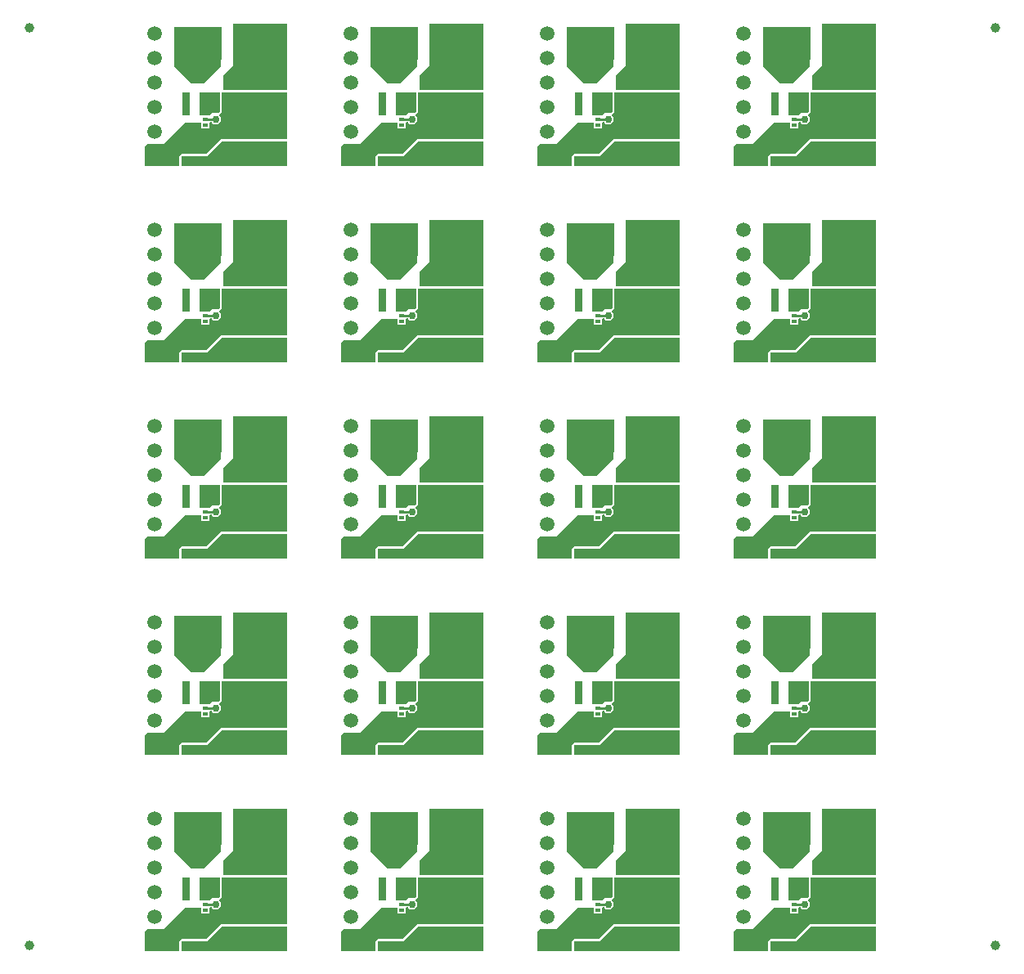
<source format=gtl>
%FSLAX25Y25*%
%MOIN*%
G70*
G01*
G75*
G04 Layer_Physical_Order=1*
G04 Layer_Color=255*
%ADD10C,0.03937*%
%ADD11R,0.19685X0.13780*%
%ADD12R,0.02756X0.03543*%
%ADD13R,0.01969X0.01575*%
%ADD14R,0.03600X0.03600*%
%ADD15C,0.01000*%
%ADD16R,0.05906X0.05906*%
%ADD17C,0.05906*%
%ADD18C,0.03000*%
G36*
X85213Y87213D02*
X82213D01*
Y96713D01*
X85213D01*
Y87213D01*
D02*
G37*
G36*
X124713Y77713D02*
X97713D01*
X91713Y71713D01*
X81713D01*
X80713Y70713D01*
Y66713D01*
X66713D01*
Y74713D01*
X67713Y75713D01*
X74713D01*
X83213Y84213D01*
X89868D01*
Y81766D01*
X93037D01*
Y84213D01*
X93213D01*
X93519Y84519D01*
X94017Y84470D01*
X94199Y84199D01*
X94893Y83734D01*
X95713Y83571D01*
X96532Y83734D01*
X97227Y84199D01*
X97691Y84893D01*
X97854Y85713D01*
X97691Y86532D01*
X97227Y87227D01*
X97005Y87374D01*
X97172Y87753D01*
X97172D01*
D01*
Y87753D01*
X97172D01*
D01*
X98022Y88604D01*
X98213Y89063D01*
Y96713D01*
X124713D01*
Y77713D01*
D02*
G37*
G36*
Y66713D02*
X81713D01*
Y70713D01*
X92213D01*
X98213Y76713D01*
X124713D01*
Y66713D01*
D02*
G37*
G36*
X97713Y107213D02*
X90713Y100213D01*
X85713D01*
X78713Y107213D01*
Y108713D01*
Y110713D01*
X97713D01*
Y107213D01*
D02*
G37*
G36*
X124713Y97713D02*
X98713D01*
Y103713D01*
X102713Y107713D01*
Y124713D01*
X124713D01*
Y97713D01*
D02*
G37*
G36*
X97563Y89063D02*
X96713Y88213D01*
X94213D01*
X93213Y87213D01*
X89213D01*
Y96713D01*
X97563D01*
Y89063D01*
D02*
G37*
G36*
X165213Y87213D02*
X162213D01*
Y96713D01*
X165213D01*
Y87213D01*
D02*
G37*
G36*
X204713Y77713D02*
X177713D01*
X171713Y71713D01*
X161713D01*
X160713Y70713D01*
Y66713D01*
X146713D01*
Y74713D01*
X147713Y75713D01*
X154713D01*
X163213Y84213D01*
X169869D01*
Y81766D01*
X173037D01*
Y84213D01*
X173213D01*
X173519Y84519D01*
X174017Y84470D01*
X174199Y84199D01*
X174893Y83734D01*
X175713Y83571D01*
X176532Y83734D01*
X177227Y84199D01*
X177691Y84893D01*
X177854Y85713D01*
X177691Y86532D01*
X177227Y87227D01*
X177006Y87374D01*
X177172Y87753D01*
X177172D01*
D01*
Y87753D01*
X177172D01*
D01*
X178022Y88604D01*
X178213Y89063D01*
Y96713D01*
X204713D01*
Y77713D01*
D02*
G37*
G36*
Y66713D02*
X161713D01*
Y70713D01*
X172213D01*
X178213Y76713D01*
X204713D01*
Y66713D01*
D02*
G37*
G36*
X177713Y107213D02*
X170713Y100213D01*
X165713D01*
X158713Y107213D01*
Y108713D01*
Y110713D01*
X177713D01*
Y107213D01*
D02*
G37*
G36*
X204713Y97713D02*
X178713D01*
Y103713D01*
X182713Y107713D01*
Y124713D01*
X204713D01*
Y97713D01*
D02*
G37*
G36*
X177563Y89063D02*
X176713Y88213D01*
X174213D01*
X173213Y87213D01*
X169213D01*
Y96713D01*
X177563D01*
Y89063D01*
D02*
G37*
G36*
X245213Y87213D02*
X242213D01*
Y96713D01*
X245213D01*
Y87213D01*
D02*
G37*
G36*
X284713Y77713D02*
X257713D01*
X251713Y71713D01*
X241713D01*
X240713Y70713D01*
Y66713D01*
X226713D01*
Y74713D01*
X227713Y75713D01*
X234713D01*
X243213Y84213D01*
X249868D01*
Y81766D01*
X253037D01*
Y84213D01*
X253213D01*
X253519Y84519D01*
X254017Y84470D01*
X254199Y84199D01*
X254893Y83734D01*
X255713Y83571D01*
X256532Y83734D01*
X257227Y84199D01*
X257691Y84893D01*
X257854Y85713D01*
X257691Y86532D01*
X257227Y87227D01*
X257006Y87374D01*
X257172Y87753D01*
X257172D01*
D01*
Y87753D01*
X257172D01*
D01*
X258022Y88604D01*
X258213Y89063D01*
Y96713D01*
X284713D01*
Y77713D01*
D02*
G37*
G36*
Y66713D02*
X241713D01*
Y70713D01*
X252213D01*
X258213Y76713D01*
X284713D01*
Y66713D01*
D02*
G37*
G36*
X257713Y107213D02*
X250713Y100213D01*
X245713D01*
X238713Y107213D01*
Y108713D01*
Y110713D01*
X257713D01*
Y107213D01*
D02*
G37*
G36*
X284713Y97713D02*
X258713D01*
Y103713D01*
X262713Y107713D01*
Y124713D01*
X284713D01*
Y97713D01*
D02*
G37*
G36*
X257563Y89063D02*
X256713Y88213D01*
X254213D01*
X253213Y87213D01*
X249213D01*
Y96713D01*
X257563D01*
Y89063D01*
D02*
G37*
G36*
X325213Y87213D02*
X322213D01*
Y96713D01*
X325213D01*
Y87213D01*
D02*
G37*
G36*
X364713Y77713D02*
X337713D01*
X331713Y71713D01*
X321713D01*
X320713Y70713D01*
Y66713D01*
X306713D01*
Y74713D01*
X307713Y75713D01*
X314713D01*
X323213Y84213D01*
X329869D01*
Y81766D01*
X333037D01*
Y84213D01*
X333213D01*
X333519Y84519D01*
X334017Y84470D01*
X334199Y84199D01*
X334893Y83734D01*
X335713Y83571D01*
X336532Y83734D01*
X337227Y84199D01*
X337691Y84893D01*
X337854Y85713D01*
X337691Y86532D01*
X337227Y87227D01*
X337005Y87374D01*
X337172Y87753D01*
X337172D01*
D01*
Y87753D01*
X337172D01*
D01*
X338022Y88604D01*
X338213Y89063D01*
Y96713D01*
X364713D01*
Y77713D01*
D02*
G37*
G36*
Y66713D02*
X321713D01*
Y70713D01*
X332213D01*
X338213Y76713D01*
X364713D01*
Y66713D01*
D02*
G37*
G36*
X337713Y107213D02*
X330713Y100213D01*
X325713D01*
X318713Y107213D01*
Y108713D01*
Y110713D01*
X337713D01*
Y107213D01*
D02*
G37*
G36*
X364713Y97713D02*
X338713D01*
Y103713D01*
X342713Y107713D01*
Y124713D01*
X364713D01*
Y97713D01*
D02*
G37*
G36*
X337563Y89063D02*
X336713Y88213D01*
X334213D01*
X333213Y87213D01*
X329213D01*
Y96713D01*
X337563D01*
Y89063D01*
D02*
G37*
G36*
X85213Y167213D02*
X82213D01*
Y176713D01*
X85213D01*
Y167213D01*
D02*
G37*
G36*
X124713Y157713D02*
X97713D01*
X91713Y151713D01*
X81713D01*
X80713Y150713D01*
Y146713D01*
X66713D01*
Y154713D01*
X67713Y155713D01*
X74713D01*
X83213Y164213D01*
X89868D01*
Y161766D01*
X93037D01*
Y164213D01*
X93213D01*
X93519Y164519D01*
X94017Y164470D01*
X94199Y164199D01*
X94893Y163734D01*
X95713Y163572D01*
X96532Y163734D01*
X97227Y164199D01*
X97691Y164893D01*
X97854Y165713D01*
X97691Y166532D01*
X97227Y167227D01*
X97005Y167374D01*
X97172Y167753D01*
X97172D01*
D01*
Y167753D01*
X97172D01*
D01*
X98022Y168604D01*
X98213Y169063D01*
Y176713D01*
X124713D01*
Y157713D01*
D02*
G37*
G36*
Y146713D02*
X81713D01*
Y150713D01*
X92213D01*
X98213Y156713D01*
X124713D01*
Y146713D01*
D02*
G37*
G36*
X97713Y187213D02*
X90713Y180213D01*
X85713D01*
X78713Y187213D01*
Y188713D01*
Y190713D01*
X97713D01*
Y187213D01*
D02*
G37*
G36*
X124713Y177713D02*
X98713D01*
Y183713D01*
X102713Y187713D01*
Y204713D01*
X124713D01*
Y177713D01*
D02*
G37*
G36*
X97563Y169063D02*
X96713Y168213D01*
X94213D01*
X93213Y167213D01*
X89213D01*
Y176713D01*
X97563D01*
Y169063D01*
D02*
G37*
G36*
X165213Y167213D02*
X162213D01*
Y176713D01*
X165213D01*
Y167213D01*
D02*
G37*
G36*
X204713Y157713D02*
X177713D01*
X171713Y151713D01*
X161713D01*
X160713Y150713D01*
Y146713D01*
X146713D01*
Y154713D01*
X147713Y155713D01*
X154713D01*
X163213Y164213D01*
X169869D01*
Y161766D01*
X173037D01*
Y164213D01*
X173213D01*
X173519Y164519D01*
X174017Y164470D01*
X174199Y164199D01*
X174893Y163734D01*
X175713Y163572D01*
X176532Y163734D01*
X177227Y164199D01*
X177691Y164893D01*
X177854Y165713D01*
X177691Y166532D01*
X177227Y167227D01*
X177006Y167374D01*
X177172Y167753D01*
X177172D01*
D01*
Y167753D01*
X177172D01*
D01*
X178022Y168604D01*
X178213Y169063D01*
Y176713D01*
X204713D01*
Y157713D01*
D02*
G37*
G36*
Y146713D02*
X161713D01*
Y150713D01*
X172213D01*
X178213Y156713D01*
X204713D01*
Y146713D01*
D02*
G37*
G36*
X177713Y187213D02*
X170713Y180213D01*
X165713D01*
X158713Y187213D01*
Y188713D01*
Y190713D01*
X177713D01*
Y187213D01*
D02*
G37*
G36*
X204713Y177713D02*
X178713D01*
Y183713D01*
X182713Y187713D01*
Y204713D01*
X204713D01*
Y177713D01*
D02*
G37*
G36*
X177563Y169063D02*
X176713Y168213D01*
X174213D01*
X173213Y167213D01*
X169213D01*
Y176713D01*
X177563D01*
Y169063D01*
D02*
G37*
G36*
X245213Y167213D02*
X242213D01*
Y176713D01*
X245213D01*
Y167213D01*
D02*
G37*
G36*
X284713Y157713D02*
X257713D01*
X251713Y151713D01*
X241713D01*
X240713Y150713D01*
Y146713D01*
X226713D01*
Y154713D01*
X227713Y155713D01*
X234713D01*
X243213Y164213D01*
X249868D01*
Y161766D01*
X253037D01*
Y164213D01*
X253213D01*
X253519Y164519D01*
X254017Y164470D01*
X254199Y164199D01*
X254893Y163734D01*
X255713Y163572D01*
X256532Y163734D01*
X257227Y164199D01*
X257691Y164893D01*
X257854Y165713D01*
X257691Y166532D01*
X257227Y167227D01*
X257006Y167374D01*
X257172Y167753D01*
X257172D01*
D01*
Y167753D01*
X257172D01*
D01*
X258022Y168604D01*
X258213Y169063D01*
Y176713D01*
X284713D01*
Y157713D01*
D02*
G37*
G36*
Y146713D02*
X241713D01*
Y150713D01*
X252213D01*
X258213Y156713D01*
X284713D01*
Y146713D01*
D02*
G37*
G36*
X257713Y187213D02*
X250713Y180213D01*
X245713D01*
X238713Y187213D01*
Y188713D01*
Y190713D01*
X257713D01*
Y187213D01*
D02*
G37*
G36*
X284713Y177713D02*
X258713D01*
Y183713D01*
X262713Y187713D01*
Y204713D01*
X284713D01*
Y177713D01*
D02*
G37*
G36*
X257563Y169063D02*
X256713Y168213D01*
X254213D01*
X253213Y167213D01*
X249213D01*
Y176713D01*
X257563D01*
Y169063D01*
D02*
G37*
G36*
X325213Y167213D02*
X322213D01*
Y176713D01*
X325213D01*
Y167213D01*
D02*
G37*
G36*
X364713Y157713D02*
X337713D01*
X331713Y151713D01*
X321713D01*
X320713Y150713D01*
Y146713D01*
X306713D01*
Y154713D01*
X307713Y155713D01*
X314713D01*
X323213Y164213D01*
X329869D01*
Y161766D01*
X333037D01*
Y164213D01*
X333213D01*
X333519Y164519D01*
X334017Y164470D01*
X334199Y164199D01*
X334893Y163734D01*
X335713Y163572D01*
X336532Y163734D01*
X337227Y164199D01*
X337691Y164893D01*
X337854Y165713D01*
X337691Y166532D01*
X337227Y167227D01*
X337005Y167374D01*
X337172Y167753D01*
X337172D01*
D01*
Y167753D01*
X337172D01*
D01*
X338022Y168604D01*
X338213Y169063D01*
Y176713D01*
X364713D01*
Y157713D01*
D02*
G37*
G36*
Y146713D02*
X321713D01*
Y150713D01*
X332213D01*
X338213Y156713D01*
X364713D01*
Y146713D01*
D02*
G37*
G36*
X337713Y187213D02*
X330713Y180213D01*
X325713D01*
X318713Y187213D01*
Y188713D01*
Y190713D01*
X337713D01*
Y187213D01*
D02*
G37*
G36*
X364713Y177713D02*
X338713D01*
Y183713D01*
X342713Y187713D01*
Y204713D01*
X364713D01*
Y177713D01*
D02*
G37*
G36*
X337563Y169063D02*
X336713Y168213D01*
X334213D01*
X333213Y167213D01*
X329213D01*
Y176713D01*
X337563D01*
Y169063D01*
D02*
G37*
G36*
X85213Y247213D02*
X82213D01*
Y256713D01*
X85213D01*
Y247213D01*
D02*
G37*
G36*
X124713Y237713D02*
X97713D01*
X91713Y231713D01*
X81713D01*
X80713Y230713D01*
Y226713D01*
X66713D01*
Y234713D01*
X67713Y235713D01*
X74713D01*
X83213Y244213D01*
X89868D01*
Y241766D01*
X93037D01*
Y244213D01*
X93213D01*
X93519Y244519D01*
X94017Y244470D01*
X94199Y244199D01*
X94893Y243734D01*
X95713Y243571D01*
X96532Y243734D01*
X97227Y244199D01*
X97691Y244893D01*
X97854Y245713D01*
X97691Y246532D01*
X97227Y247227D01*
X97005Y247374D01*
X97172Y247753D01*
X97172D01*
D01*
Y247753D01*
X97172D01*
D01*
X98022Y248604D01*
X98213Y249063D01*
Y256713D01*
X124713D01*
Y237713D01*
D02*
G37*
G36*
Y226713D02*
X81713D01*
Y230713D01*
X92213D01*
X98213Y236713D01*
X124713D01*
Y226713D01*
D02*
G37*
G36*
X97713Y267213D02*
X90713Y260213D01*
X85713D01*
X78713Y267213D01*
Y268713D01*
Y270713D01*
X97713D01*
Y267213D01*
D02*
G37*
G36*
X124713Y257713D02*
X98713D01*
Y263713D01*
X102713Y267713D01*
Y284713D01*
X124713D01*
Y257713D01*
D02*
G37*
G36*
X97563Y249063D02*
X96713Y248213D01*
X94213D01*
X93213Y247213D01*
X89213D01*
Y256713D01*
X97563D01*
Y249063D01*
D02*
G37*
G36*
X165213Y247213D02*
X162213D01*
Y256713D01*
X165213D01*
Y247213D01*
D02*
G37*
G36*
X204713Y237713D02*
X177713D01*
X171713Y231713D01*
X161713D01*
X160713Y230713D01*
Y226713D01*
X146713D01*
Y234713D01*
X147713Y235713D01*
X154713D01*
X163213Y244213D01*
X169869D01*
Y241766D01*
X173037D01*
Y244213D01*
X173213D01*
X173519Y244519D01*
X174017Y244470D01*
X174199Y244199D01*
X174893Y243734D01*
X175713Y243571D01*
X176532Y243734D01*
X177227Y244199D01*
X177691Y244893D01*
X177854Y245713D01*
X177691Y246532D01*
X177227Y247227D01*
X177006Y247374D01*
X177172Y247753D01*
X177172D01*
D01*
Y247753D01*
X177172D01*
D01*
X178022Y248604D01*
X178213Y249063D01*
Y256713D01*
X204713D01*
Y237713D01*
D02*
G37*
G36*
Y226713D02*
X161713D01*
Y230713D01*
X172213D01*
X178213Y236713D01*
X204713D01*
Y226713D01*
D02*
G37*
G36*
X177713Y267213D02*
X170713Y260213D01*
X165713D01*
X158713Y267213D01*
Y268713D01*
Y270713D01*
X177713D01*
Y267213D01*
D02*
G37*
G36*
X204713Y257713D02*
X178713D01*
Y263713D01*
X182713Y267713D01*
Y284713D01*
X204713D01*
Y257713D01*
D02*
G37*
G36*
X177563Y249063D02*
X176713Y248213D01*
X174213D01*
X173213Y247213D01*
X169213D01*
Y256713D01*
X177563D01*
Y249063D01*
D02*
G37*
G36*
X245213Y247213D02*
X242213D01*
Y256713D01*
X245213D01*
Y247213D01*
D02*
G37*
G36*
X284713Y237713D02*
X257713D01*
X251713Y231713D01*
X241713D01*
X240713Y230713D01*
Y226713D01*
X226713D01*
Y234713D01*
X227713Y235713D01*
X234713D01*
X243213Y244213D01*
X249868D01*
Y241766D01*
X253037D01*
Y244213D01*
X253213D01*
X253519Y244519D01*
X254017Y244470D01*
X254199Y244199D01*
X254893Y243734D01*
X255713Y243571D01*
X256532Y243734D01*
X257227Y244199D01*
X257691Y244893D01*
X257854Y245713D01*
X257691Y246532D01*
X257227Y247227D01*
X257006Y247374D01*
X257172Y247753D01*
X257172D01*
D01*
Y247753D01*
X257172D01*
D01*
X258022Y248604D01*
X258213Y249063D01*
Y256713D01*
X284713D01*
Y237713D01*
D02*
G37*
G36*
Y226713D02*
X241713D01*
Y230713D01*
X252213D01*
X258213Y236713D01*
X284713D01*
Y226713D01*
D02*
G37*
G36*
X257713Y267213D02*
X250713Y260213D01*
X245713D01*
X238713Y267213D01*
Y268713D01*
Y270713D01*
X257713D01*
Y267213D01*
D02*
G37*
G36*
X284713Y257713D02*
X258713D01*
Y263713D01*
X262713Y267713D01*
Y284713D01*
X284713D01*
Y257713D01*
D02*
G37*
G36*
X257563Y249063D02*
X256713Y248213D01*
X254213D01*
X253213Y247213D01*
X249213D01*
Y256713D01*
X257563D01*
Y249063D01*
D02*
G37*
G36*
X325213Y247213D02*
X322213D01*
Y256713D01*
X325213D01*
Y247213D01*
D02*
G37*
G36*
X364713Y237713D02*
X337713D01*
X331713Y231713D01*
X321713D01*
X320713Y230713D01*
Y226713D01*
X306713D01*
Y234713D01*
X307713Y235713D01*
X314713D01*
X323213Y244213D01*
X329869D01*
Y241766D01*
X333037D01*
Y244213D01*
X333213D01*
X333519Y244519D01*
X334017Y244470D01*
X334199Y244199D01*
X334893Y243734D01*
X335713Y243571D01*
X336532Y243734D01*
X337227Y244199D01*
X337691Y244893D01*
X337854Y245713D01*
X337691Y246532D01*
X337227Y247227D01*
X337005Y247374D01*
X337172Y247753D01*
X337172D01*
D01*
Y247753D01*
X337172D01*
D01*
X338022Y248604D01*
X338213Y249063D01*
Y256713D01*
X364713D01*
Y237713D01*
D02*
G37*
G36*
Y226713D02*
X321713D01*
Y230713D01*
X332213D01*
X338213Y236713D01*
X364713D01*
Y226713D01*
D02*
G37*
G36*
X337713Y267213D02*
X330713Y260213D01*
X325713D01*
X318713Y267213D01*
Y268713D01*
Y270713D01*
X337713D01*
Y267213D01*
D02*
G37*
G36*
X364713Y257713D02*
X338713D01*
Y263713D01*
X342713Y267713D01*
Y284713D01*
X364713D01*
Y257713D01*
D02*
G37*
G36*
X337563Y249063D02*
X336713Y248213D01*
X334213D01*
X333213Y247213D01*
X329213D01*
Y256713D01*
X337563D01*
Y249063D01*
D02*
G37*
G36*
X85213Y327213D02*
X82213D01*
Y336713D01*
X85213D01*
Y327213D01*
D02*
G37*
G36*
X124713Y317713D02*
X97713D01*
X91713Y311713D01*
X81713D01*
X80713Y310713D01*
Y306713D01*
X66713D01*
Y314713D01*
X67713Y315713D01*
X74713D01*
X83213Y324213D01*
X89868D01*
Y321766D01*
X93037D01*
Y324213D01*
X93213D01*
X93519Y324519D01*
X94017Y324470D01*
X94199Y324199D01*
X94893Y323734D01*
X95713Y323571D01*
X96532Y323734D01*
X97227Y324199D01*
X97691Y324893D01*
X97854Y325713D01*
X97691Y326532D01*
X97227Y327227D01*
X97005Y327374D01*
X97172Y327753D01*
X97172D01*
D01*
Y327753D01*
X97172D01*
D01*
X98022Y328604D01*
X98213Y329063D01*
Y336713D01*
X124713D01*
Y317713D01*
D02*
G37*
G36*
Y306713D02*
X81713D01*
Y310713D01*
X92213D01*
X98213Y316713D01*
X124713D01*
Y306713D01*
D02*
G37*
G36*
X97713Y347213D02*
X90713Y340213D01*
X85713D01*
X78713Y347213D01*
Y348713D01*
Y350713D01*
X97713D01*
Y347213D01*
D02*
G37*
G36*
X124713Y337713D02*
X98713D01*
Y343713D01*
X102713Y347713D01*
Y364713D01*
X124713D01*
Y337713D01*
D02*
G37*
G36*
X97563Y329063D02*
X96713Y328213D01*
X94213D01*
X93213Y327213D01*
X89213D01*
Y336713D01*
X97563D01*
Y329063D01*
D02*
G37*
G36*
X165213Y327213D02*
X162213D01*
Y336713D01*
X165213D01*
Y327213D01*
D02*
G37*
G36*
X204713Y317713D02*
X177713D01*
X171713Y311713D01*
X161713D01*
X160713Y310713D01*
Y306713D01*
X146713D01*
Y314713D01*
X147713Y315713D01*
X154713D01*
X163213Y324213D01*
X169869D01*
Y321766D01*
X173037D01*
Y324213D01*
X173213D01*
X173519Y324519D01*
X174017Y324470D01*
X174199Y324199D01*
X174893Y323734D01*
X175713Y323571D01*
X176532Y323734D01*
X177227Y324199D01*
X177691Y324893D01*
X177854Y325713D01*
X177691Y326532D01*
X177227Y327227D01*
X177006Y327374D01*
X177172Y327753D01*
X177172D01*
D01*
Y327753D01*
X177172D01*
D01*
X178022Y328604D01*
X178213Y329063D01*
Y336713D01*
X204713D01*
Y317713D01*
D02*
G37*
G36*
Y306713D02*
X161713D01*
Y310713D01*
X172213D01*
X178213Y316713D01*
X204713D01*
Y306713D01*
D02*
G37*
G36*
X177713Y347213D02*
X170713Y340213D01*
X165713D01*
X158713Y347213D01*
Y348713D01*
Y350713D01*
X177713D01*
Y347213D01*
D02*
G37*
G36*
X204713Y337713D02*
X178713D01*
Y343713D01*
X182713Y347713D01*
Y364713D01*
X204713D01*
Y337713D01*
D02*
G37*
G36*
X177563Y329063D02*
X176713Y328213D01*
X174213D01*
X173213Y327213D01*
X169213D01*
Y336713D01*
X177563D01*
Y329063D01*
D02*
G37*
G36*
X245213Y327213D02*
X242213D01*
Y336713D01*
X245213D01*
Y327213D01*
D02*
G37*
G36*
X284713Y317713D02*
X257713D01*
X251713Y311713D01*
X241713D01*
X240713Y310713D01*
Y306713D01*
X226713D01*
Y314713D01*
X227713Y315713D01*
X234713D01*
X243213Y324213D01*
X249868D01*
Y321766D01*
X253037D01*
Y324213D01*
X253213D01*
X253519Y324519D01*
X254017Y324470D01*
X254199Y324199D01*
X254893Y323734D01*
X255713Y323571D01*
X256532Y323734D01*
X257227Y324199D01*
X257691Y324893D01*
X257854Y325713D01*
X257691Y326532D01*
X257227Y327227D01*
X257006Y327374D01*
X257172Y327753D01*
X257172D01*
D01*
Y327753D01*
X257172D01*
D01*
X258022Y328604D01*
X258213Y329063D01*
Y336713D01*
X284713D01*
Y317713D01*
D02*
G37*
G36*
Y306713D02*
X241713D01*
Y310713D01*
X252213D01*
X258213Y316713D01*
X284713D01*
Y306713D01*
D02*
G37*
G36*
X257713Y347213D02*
X250713Y340213D01*
X245713D01*
X238713Y347213D01*
Y348713D01*
Y350713D01*
X257713D01*
Y347213D01*
D02*
G37*
G36*
X284713Y337713D02*
X258713D01*
Y343713D01*
X262713Y347713D01*
Y364713D01*
X284713D01*
Y337713D01*
D02*
G37*
G36*
X257563Y329063D02*
X256713Y328213D01*
X254213D01*
X253213Y327213D01*
X249213D01*
Y336713D01*
X257563D01*
Y329063D01*
D02*
G37*
G36*
X325213Y327213D02*
X322213D01*
Y336713D01*
X325213D01*
Y327213D01*
D02*
G37*
G36*
X364713Y317713D02*
X337713D01*
X331713Y311713D01*
X321713D01*
X320713Y310713D01*
Y306713D01*
X306713D01*
Y314713D01*
X307713Y315713D01*
X314713D01*
X323213Y324213D01*
X329869D01*
Y321766D01*
X333037D01*
Y324213D01*
X333213D01*
X333519Y324519D01*
X334017Y324470D01*
X334199Y324199D01*
X334893Y323734D01*
X335713Y323571D01*
X336532Y323734D01*
X337227Y324199D01*
X337691Y324893D01*
X337854Y325713D01*
X337691Y326532D01*
X337227Y327227D01*
X337005Y327374D01*
X337172Y327753D01*
X337172D01*
D01*
Y327753D01*
X337172D01*
D01*
X338022Y328604D01*
X338213Y329063D01*
Y336713D01*
X364713D01*
Y317713D01*
D02*
G37*
G36*
Y306713D02*
X321713D01*
Y310713D01*
X332213D01*
X338213Y316713D01*
X364713D01*
Y306713D01*
D02*
G37*
G36*
X337713Y347213D02*
X330713Y340213D01*
X325713D01*
X318713Y347213D01*
Y348713D01*
Y350713D01*
X337713D01*
Y347213D01*
D02*
G37*
G36*
X364713Y337713D02*
X338713D01*
Y343713D01*
X342713Y347713D01*
Y364713D01*
X364713D01*
Y337713D01*
D02*
G37*
G36*
X337563Y329063D02*
X336713Y328213D01*
X334213D01*
X333213Y327213D01*
X329213D01*
Y336713D01*
X337563D01*
Y329063D01*
D02*
G37*
G36*
X85213Y407213D02*
X82213D01*
Y416713D01*
X85213D01*
Y407213D01*
D02*
G37*
G36*
X124713Y397713D02*
X97713D01*
X91713Y391713D01*
X81713D01*
X80713Y390713D01*
Y386713D01*
X66713D01*
Y394713D01*
X67713Y395713D01*
X74713D01*
X83213Y404213D01*
X89868D01*
Y401766D01*
X93037D01*
Y404213D01*
X93213D01*
X93519Y404519D01*
X94017Y404470D01*
X94199Y404199D01*
X94893Y403734D01*
X95713Y403572D01*
X96532Y403734D01*
X97227Y404199D01*
X97691Y404893D01*
X97854Y405713D01*
X97691Y406532D01*
X97227Y407227D01*
X97005Y407374D01*
X97172Y407753D01*
X97172D01*
D01*
Y407753D01*
X97172D01*
D01*
X98022Y408604D01*
X98213Y409063D01*
Y416713D01*
X124713D01*
Y397713D01*
D02*
G37*
G36*
Y386713D02*
X81713D01*
Y390713D01*
X92213D01*
X98213Y396713D01*
X124713D01*
Y386713D01*
D02*
G37*
G36*
X97713Y427213D02*
X90713Y420213D01*
X85713D01*
X78713Y427213D01*
Y428713D01*
Y430713D01*
X97713D01*
Y427213D01*
D02*
G37*
G36*
X124713Y417713D02*
X98713D01*
Y423713D01*
X102713Y427713D01*
Y444713D01*
X124713D01*
Y417713D01*
D02*
G37*
G36*
X97563Y409063D02*
X96713Y408213D01*
X94213D01*
X93213Y407213D01*
X89213D01*
Y416713D01*
X97563D01*
Y409063D01*
D02*
G37*
G36*
X165213Y407213D02*
X162213D01*
Y416713D01*
X165213D01*
Y407213D01*
D02*
G37*
G36*
X204713Y397713D02*
X177713D01*
X171713Y391713D01*
X161713D01*
X160713Y390713D01*
Y386713D01*
X146713D01*
Y394713D01*
X147713Y395713D01*
X154713D01*
X163213Y404213D01*
X169869D01*
Y401766D01*
X173037D01*
Y404213D01*
X173213D01*
X173519Y404519D01*
X174017Y404470D01*
X174199Y404199D01*
X174893Y403734D01*
X175713Y403572D01*
X176532Y403734D01*
X177227Y404199D01*
X177691Y404893D01*
X177854Y405713D01*
X177691Y406532D01*
X177227Y407227D01*
X177006Y407374D01*
X177172Y407753D01*
X177172D01*
D01*
Y407753D01*
X177172D01*
D01*
X178022Y408604D01*
X178213Y409063D01*
Y416713D01*
X204713D01*
Y397713D01*
D02*
G37*
G36*
Y386713D02*
X161713D01*
Y390713D01*
X172213D01*
X178213Y396713D01*
X204713D01*
Y386713D01*
D02*
G37*
G36*
X177713Y427213D02*
X170713Y420213D01*
X165713D01*
X158713Y427213D01*
Y428713D01*
Y430713D01*
X177713D01*
Y427213D01*
D02*
G37*
G36*
X204713Y417713D02*
X178713D01*
Y423713D01*
X182713Y427713D01*
Y444713D01*
X204713D01*
Y417713D01*
D02*
G37*
G36*
X177563Y409063D02*
X176713Y408213D01*
X174213D01*
X173213Y407213D01*
X169213D01*
Y416713D01*
X177563D01*
Y409063D01*
D02*
G37*
G36*
X245213Y407213D02*
X242213D01*
Y416713D01*
X245213D01*
Y407213D01*
D02*
G37*
G36*
X284713Y397713D02*
X257713D01*
X251713Y391713D01*
X241713D01*
X240713Y390713D01*
Y386713D01*
X226713D01*
Y394713D01*
X227713Y395713D01*
X234713D01*
X243213Y404213D01*
X249868D01*
Y401766D01*
X253037D01*
Y404213D01*
X253213D01*
X253519Y404519D01*
X254017Y404470D01*
X254199Y404199D01*
X254893Y403734D01*
X255713Y403572D01*
X256532Y403734D01*
X257227Y404199D01*
X257691Y404893D01*
X257854Y405713D01*
X257691Y406532D01*
X257227Y407227D01*
X257006Y407374D01*
X257172Y407753D01*
X257172D01*
D01*
Y407753D01*
X257172D01*
D01*
X258022Y408604D01*
X258213Y409063D01*
Y416713D01*
X284713D01*
Y397713D01*
D02*
G37*
G36*
Y386713D02*
X241713D01*
Y390713D01*
X252213D01*
X258213Y396713D01*
X284713D01*
Y386713D01*
D02*
G37*
G36*
X257713Y427213D02*
X250713Y420213D01*
X245713D01*
X238713Y427213D01*
Y428713D01*
Y430713D01*
X257713D01*
Y427213D01*
D02*
G37*
G36*
X284713Y417713D02*
X258713D01*
Y423713D01*
X262713Y427713D01*
Y444713D01*
X284713D01*
Y417713D01*
D02*
G37*
G36*
X257563Y409063D02*
X256713Y408213D01*
X254213D01*
X253213Y407213D01*
X249213D01*
Y416713D01*
X257563D01*
Y409063D01*
D02*
G37*
G36*
X325213Y407213D02*
X322213D01*
Y416713D01*
X325213D01*
Y407213D01*
D02*
G37*
G36*
X364713Y397713D02*
X337713D01*
X331713Y391713D01*
X321713D01*
X320713Y390713D01*
Y386713D01*
X306713D01*
Y394713D01*
X307713Y395713D01*
X314713D01*
X323213Y404213D01*
X329869D01*
Y401766D01*
X333037D01*
Y404213D01*
X333213D01*
X333519Y404519D01*
X334017Y404470D01*
X334199Y404199D01*
X334893Y403734D01*
X335713Y403572D01*
X336532Y403734D01*
X337227Y404199D01*
X337691Y404893D01*
X337854Y405713D01*
X337691Y406532D01*
X337227Y407227D01*
X337005Y407374D01*
X337172Y407753D01*
X337172D01*
D01*
Y407753D01*
X337172D01*
D01*
X338022Y408604D01*
X338213Y409063D01*
Y416713D01*
X364713D01*
Y397713D01*
D02*
G37*
G36*
Y386713D02*
X321713D01*
Y390713D01*
X332213D01*
X338213Y396713D01*
X364713D01*
Y386713D01*
D02*
G37*
G36*
X337713Y427213D02*
X330713Y420213D01*
X325713D01*
X318713Y427213D01*
Y428713D01*
Y430713D01*
X337713D01*
Y427213D01*
D02*
G37*
G36*
X364713Y417713D02*
X338713D01*
Y423713D01*
X342713Y427713D01*
Y444713D01*
X364713D01*
Y417713D01*
D02*
G37*
G36*
X337563Y409063D02*
X336713Y408213D01*
X334213D01*
X333213Y407213D01*
X329213D01*
Y416713D01*
X337563D01*
Y409063D01*
D02*
G37*
D10*
X413386Y442913D02*
D03*
X19685D02*
D03*
X413386Y68898D02*
D03*
X19685D02*
D03*
D11*
X113901Y116713D02*
D03*
X88311D02*
D03*
X193902D02*
D03*
X168311D02*
D03*
X273902D02*
D03*
X248311D02*
D03*
X353902D02*
D03*
X328311D02*
D03*
X113901Y196713D02*
D03*
X88311D02*
D03*
X193902D02*
D03*
X168311D02*
D03*
X273902D02*
D03*
X248311D02*
D03*
X353902D02*
D03*
X328311D02*
D03*
X113901Y276713D02*
D03*
X88311D02*
D03*
X193902D02*
D03*
X168311D02*
D03*
X273902D02*
D03*
X248311D02*
D03*
X353902D02*
D03*
X328311D02*
D03*
X113901Y356713D02*
D03*
X88311D02*
D03*
X193902D02*
D03*
X168311D02*
D03*
X273902D02*
D03*
X248311D02*
D03*
X353902D02*
D03*
X328311D02*
D03*
X113901Y436713D02*
D03*
X88311D02*
D03*
X193902D02*
D03*
X168311D02*
D03*
X273902D02*
D03*
X248311D02*
D03*
X353902D02*
D03*
X328311D02*
D03*
D12*
X83713Y94713D02*
D03*
X91193D02*
D03*
X87453Y102587D02*
D03*
X163713Y94713D02*
D03*
X171193D02*
D03*
X167453Y102587D02*
D03*
X243713Y94713D02*
D03*
X251193D02*
D03*
X247453Y102587D02*
D03*
X323713Y94713D02*
D03*
X331193D02*
D03*
X327453Y102587D02*
D03*
X83713Y174713D02*
D03*
X91193D02*
D03*
X87453Y182587D02*
D03*
X163713Y174713D02*
D03*
X171193D02*
D03*
X167453Y182587D02*
D03*
X243713Y174713D02*
D03*
X251193D02*
D03*
X247453Y182587D02*
D03*
X323713Y174713D02*
D03*
X331193D02*
D03*
X327453Y182587D02*
D03*
X83713Y254713D02*
D03*
X91193D02*
D03*
X87453Y262587D02*
D03*
X163713Y254713D02*
D03*
X171193D02*
D03*
X167453Y262587D02*
D03*
X243713Y254713D02*
D03*
X251193D02*
D03*
X247453Y262587D02*
D03*
X323713Y254713D02*
D03*
X331193D02*
D03*
X327453Y262587D02*
D03*
X83713Y334713D02*
D03*
X91193D02*
D03*
X87453Y342587D02*
D03*
X163713Y334713D02*
D03*
X171193D02*
D03*
X167453Y342587D02*
D03*
X243713Y334713D02*
D03*
X251193D02*
D03*
X247453Y342587D02*
D03*
X323713Y334713D02*
D03*
X331193D02*
D03*
X327453Y342587D02*
D03*
X83713Y414713D02*
D03*
X91193D02*
D03*
X87453Y422587D02*
D03*
X163713Y414713D02*
D03*
X171193D02*
D03*
X167453Y422587D02*
D03*
X243713Y414713D02*
D03*
X251193D02*
D03*
X247453Y422587D02*
D03*
X323713Y414713D02*
D03*
X331193D02*
D03*
X327453Y422587D02*
D03*
D13*
X83972Y83153D02*
D03*
X91453Y85713D02*
D03*
Y83153D02*
D03*
Y88272D02*
D03*
X83972D02*
D03*
X163972Y83153D02*
D03*
X171453Y85713D02*
D03*
Y83153D02*
D03*
Y88272D02*
D03*
X163972D02*
D03*
X243972Y83153D02*
D03*
X251453Y85713D02*
D03*
Y83153D02*
D03*
Y88272D02*
D03*
X243972D02*
D03*
X323972Y83153D02*
D03*
X331453Y85713D02*
D03*
Y83153D02*
D03*
Y88272D02*
D03*
X323972D02*
D03*
X83972Y163154D02*
D03*
X91453Y165713D02*
D03*
Y163154D02*
D03*
Y168272D02*
D03*
X83972D02*
D03*
X163972Y163154D02*
D03*
X171453Y165713D02*
D03*
Y163154D02*
D03*
Y168272D02*
D03*
X163972D02*
D03*
X243972Y163154D02*
D03*
X251453Y165713D02*
D03*
Y163154D02*
D03*
Y168272D02*
D03*
X243972D02*
D03*
X323972Y163154D02*
D03*
X331453Y165713D02*
D03*
Y163154D02*
D03*
Y168272D02*
D03*
X323972D02*
D03*
X83972Y243154D02*
D03*
X91453Y245713D02*
D03*
Y243154D02*
D03*
Y248272D02*
D03*
X83972D02*
D03*
X163972Y243154D02*
D03*
X171453Y245713D02*
D03*
Y243154D02*
D03*
Y248272D02*
D03*
X163972D02*
D03*
X243972Y243154D02*
D03*
X251453Y245713D02*
D03*
Y243154D02*
D03*
Y248272D02*
D03*
X243972D02*
D03*
X323972Y243154D02*
D03*
X331453Y245713D02*
D03*
Y243154D02*
D03*
Y248272D02*
D03*
X323972D02*
D03*
X83972Y323153D02*
D03*
X91453Y325713D02*
D03*
Y323153D02*
D03*
Y328272D02*
D03*
X83972D02*
D03*
X163972Y323153D02*
D03*
X171453Y325713D02*
D03*
Y323153D02*
D03*
Y328272D02*
D03*
X163972D02*
D03*
X243972Y323153D02*
D03*
X251453Y325713D02*
D03*
Y323153D02*
D03*
Y328272D02*
D03*
X243972D02*
D03*
X323972Y323153D02*
D03*
X331453Y325713D02*
D03*
Y323153D02*
D03*
Y328272D02*
D03*
X323972D02*
D03*
X83972Y403154D02*
D03*
X91453Y405713D02*
D03*
Y403154D02*
D03*
Y408272D02*
D03*
X83972D02*
D03*
X163972Y403154D02*
D03*
X171453Y405713D02*
D03*
Y403154D02*
D03*
Y408272D02*
D03*
X163972D02*
D03*
X243972Y403154D02*
D03*
X251453Y405713D02*
D03*
Y403154D02*
D03*
Y408272D02*
D03*
X243972D02*
D03*
X323972Y403154D02*
D03*
X331453Y405713D02*
D03*
Y403154D02*
D03*
Y408272D02*
D03*
X323972D02*
D03*
D14*
X89713Y68713D02*
D03*
Y74213D02*
D03*
X84213Y68713D02*
D03*
Y74213D02*
D03*
X108213Y74759D02*
D03*
Y80259D02*
D03*
X121213Y94759D02*
D03*
Y100259D02*
D03*
X114713Y94759D02*
D03*
Y100259D02*
D03*
X108213Y94759D02*
D03*
Y100259D02*
D03*
X101213Y94759D02*
D03*
Y100259D02*
D03*
X121213Y74759D02*
D03*
Y80259D02*
D03*
X114713Y74759D02*
D03*
Y80259D02*
D03*
X101213Y74759D02*
D03*
Y80259D02*
D03*
X169713Y68713D02*
D03*
Y74213D02*
D03*
X164213Y68713D02*
D03*
Y74213D02*
D03*
X188213Y74759D02*
D03*
Y80259D02*
D03*
X201213Y94759D02*
D03*
Y100259D02*
D03*
X194713Y94759D02*
D03*
Y100259D02*
D03*
X188213Y94759D02*
D03*
Y100259D02*
D03*
X181213Y94759D02*
D03*
Y100259D02*
D03*
X201213Y74759D02*
D03*
Y80259D02*
D03*
X194713Y74759D02*
D03*
Y80259D02*
D03*
X181213Y74759D02*
D03*
Y80259D02*
D03*
X249713Y68713D02*
D03*
Y74213D02*
D03*
X244213Y68713D02*
D03*
Y74213D02*
D03*
X268213Y74759D02*
D03*
Y80259D02*
D03*
X281213Y94759D02*
D03*
Y100259D02*
D03*
X274713Y94759D02*
D03*
Y100259D02*
D03*
X268213Y94759D02*
D03*
Y100259D02*
D03*
X261213Y94759D02*
D03*
Y100259D02*
D03*
X281213Y74759D02*
D03*
Y80259D02*
D03*
X274713Y74759D02*
D03*
Y80259D02*
D03*
X261213Y74759D02*
D03*
Y80259D02*
D03*
X329713Y68713D02*
D03*
Y74213D02*
D03*
X324213Y68713D02*
D03*
Y74213D02*
D03*
X348213Y74759D02*
D03*
Y80259D02*
D03*
X361213Y94759D02*
D03*
Y100259D02*
D03*
X354713Y94759D02*
D03*
Y100259D02*
D03*
X348213Y94759D02*
D03*
Y100259D02*
D03*
X341213Y94759D02*
D03*
Y100259D02*
D03*
X361213Y74759D02*
D03*
Y80259D02*
D03*
X354713Y74759D02*
D03*
Y80259D02*
D03*
X341213Y74759D02*
D03*
Y80259D02*
D03*
X89713Y148713D02*
D03*
Y154213D02*
D03*
X84213Y148713D02*
D03*
Y154213D02*
D03*
X108213Y154759D02*
D03*
Y160259D02*
D03*
X121213Y174759D02*
D03*
Y180259D02*
D03*
X114713Y174759D02*
D03*
Y180259D02*
D03*
X108213Y174759D02*
D03*
Y180259D02*
D03*
X101213Y174759D02*
D03*
Y180259D02*
D03*
X121213Y154759D02*
D03*
Y160259D02*
D03*
X114713Y154759D02*
D03*
Y160259D02*
D03*
X101213Y154759D02*
D03*
Y160259D02*
D03*
X169713Y148713D02*
D03*
Y154213D02*
D03*
X164213Y148713D02*
D03*
Y154213D02*
D03*
X188213Y154759D02*
D03*
Y160259D02*
D03*
X201213Y174759D02*
D03*
Y180259D02*
D03*
X194713Y174759D02*
D03*
Y180259D02*
D03*
X188213Y174759D02*
D03*
Y180259D02*
D03*
X181213Y174759D02*
D03*
Y180259D02*
D03*
X201213Y154759D02*
D03*
Y160259D02*
D03*
X194713Y154759D02*
D03*
Y160259D02*
D03*
X181213Y154759D02*
D03*
Y160259D02*
D03*
X249713Y148713D02*
D03*
Y154213D02*
D03*
X244213Y148713D02*
D03*
Y154213D02*
D03*
X268213Y154759D02*
D03*
Y160259D02*
D03*
X281213Y174759D02*
D03*
Y180259D02*
D03*
X274713Y174759D02*
D03*
Y180259D02*
D03*
X268213Y174759D02*
D03*
Y180259D02*
D03*
X261213Y174759D02*
D03*
Y180259D02*
D03*
X281213Y154759D02*
D03*
Y160259D02*
D03*
X274713Y154759D02*
D03*
Y160259D02*
D03*
X261213Y154759D02*
D03*
Y160259D02*
D03*
X329713Y148713D02*
D03*
Y154213D02*
D03*
X324213Y148713D02*
D03*
Y154213D02*
D03*
X348213Y154759D02*
D03*
Y160259D02*
D03*
X361213Y174759D02*
D03*
Y180259D02*
D03*
X354713Y174759D02*
D03*
Y180259D02*
D03*
X348213Y174759D02*
D03*
Y180259D02*
D03*
X341213Y174759D02*
D03*
Y180259D02*
D03*
X361213Y154759D02*
D03*
Y160259D02*
D03*
X354713Y154759D02*
D03*
Y160259D02*
D03*
X341213Y154759D02*
D03*
Y160259D02*
D03*
X89713Y228713D02*
D03*
Y234213D02*
D03*
X84213Y228713D02*
D03*
Y234213D02*
D03*
X108213Y234759D02*
D03*
Y240259D02*
D03*
X121213Y254759D02*
D03*
Y260259D02*
D03*
X114713Y254759D02*
D03*
Y260259D02*
D03*
X108213Y254759D02*
D03*
Y260259D02*
D03*
X101213Y254759D02*
D03*
Y260259D02*
D03*
X121213Y234759D02*
D03*
Y240259D02*
D03*
X114713Y234759D02*
D03*
Y240259D02*
D03*
X101213Y234759D02*
D03*
Y240259D02*
D03*
X169713Y228713D02*
D03*
Y234213D02*
D03*
X164213Y228713D02*
D03*
Y234213D02*
D03*
X188213Y234759D02*
D03*
Y240259D02*
D03*
X201213Y254759D02*
D03*
Y260259D02*
D03*
X194713Y254759D02*
D03*
Y260259D02*
D03*
X188213Y254759D02*
D03*
Y260259D02*
D03*
X181213Y254759D02*
D03*
Y260259D02*
D03*
X201213Y234759D02*
D03*
Y240259D02*
D03*
X194713Y234759D02*
D03*
Y240259D02*
D03*
X181213Y234759D02*
D03*
Y240259D02*
D03*
X249713Y228713D02*
D03*
Y234213D02*
D03*
X244213Y228713D02*
D03*
Y234213D02*
D03*
X268213Y234759D02*
D03*
Y240259D02*
D03*
X281213Y254759D02*
D03*
Y260259D02*
D03*
X274713Y254759D02*
D03*
Y260259D02*
D03*
X268213Y254759D02*
D03*
Y260259D02*
D03*
X261213Y254759D02*
D03*
Y260259D02*
D03*
X281213Y234759D02*
D03*
Y240259D02*
D03*
X274713Y234759D02*
D03*
Y240259D02*
D03*
X261213Y234759D02*
D03*
Y240259D02*
D03*
X329713Y228713D02*
D03*
Y234213D02*
D03*
X324213Y228713D02*
D03*
Y234213D02*
D03*
X348213Y234759D02*
D03*
Y240259D02*
D03*
X361213Y254759D02*
D03*
Y260259D02*
D03*
X354713Y254759D02*
D03*
Y260259D02*
D03*
X348213Y254759D02*
D03*
Y260259D02*
D03*
X341213Y254759D02*
D03*
Y260259D02*
D03*
X361213Y234759D02*
D03*
Y240259D02*
D03*
X354713Y234759D02*
D03*
Y240259D02*
D03*
X341213Y234759D02*
D03*
Y240259D02*
D03*
X89713Y308713D02*
D03*
Y314213D02*
D03*
X84213Y308713D02*
D03*
Y314213D02*
D03*
X108213Y314759D02*
D03*
Y320259D02*
D03*
X121213Y334759D02*
D03*
Y340259D02*
D03*
X114713Y334759D02*
D03*
Y340259D02*
D03*
X108213Y334759D02*
D03*
Y340259D02*
D03*
X101213Y334759D02*
D03*
Y340259D02*
D03*
X121213Y314759D02*
D03*
Y320259D02*
D03*
X114713Y314759D02*
D03*
Y320259D02*
D03*
X101213Y314759D02*
D03*
Y320259D02*
D03*
X169713Y308713D02*
D03*
Y314213D02*
D03*
X164213Y308713D02*
D03*
Y314213D02*
D03*
X188213Y314759D02*
D03*
Y320259D02*
D03*
X201213Y334759D02*
D03*
Y340259D02*
D03*
X194713Y334759D02*
D03*
Y340259D02*
D03*
X188213Y334759D02*
D03*
Y340259D02*
D03*
X181213Y334759D02*
D03*
Y340259D02*
D03*
X201213Y314759D02*
D03*
Y320259D02*
D03*
X194713Y314759D02*
D03*
Y320259D02*
D03*
X181213Y314759D02*
D03*
Y320259D02*
D03*
X249713Y308713D02*
D03*
Y314213D02*
D03*
X244213Y308713D02*
D03*
Y314213D02*
D03*
X268213Y314759D02*
D03*
Y320259D02*
D03*
X281213Y334759D02*
D03*
Y340259D02*
D03*
X274713Y334759D02*
D03*
Y340259D02*
D03*
X268213Y334759D02*
D03*
Y340259D02*
D03*
X261213Y334759D02*
D03*
Y340259D02*
D03*
X281213Y314759D02*
D03*
Y320259D02*
D03*
X274713Y314759D02*
D03*
Y320259D02*
D03*
X261213Y314759D02*
D03*
Y320259D02*
D03*
X329713Y308713D02*
D03*
Y314213D02*
D03*
X324213Y308713D02*
D03*
Y314213D02*
D03*
X348213Y314759D02*
D03*
Y320259D02*
D03*
X361213Y334759D02*
D03*
Y340259D02*
D03*
X354713Y334759D02*
D03*
Y340259D02*
D03*
X348213Y334759D02*
D03*
Y340259D02*
D03*
X341213Y334759D02*
D03*
Y340259D02*
D03*
X361213Y314759D02*
D03*
Y320259D02*
D03*
X354713Y314759D02*
D03*
Y320259D02*
D03*
X341213Y314759D02*
D03*
Y320259D02*
D03*
X89713Y388713D02*
D03*
Y394213D02*
D03*
X84213Y388713D02*
D03*
Y394213D02*
D03*
X108213Y394759D02*
D03*
Y400259D02*
D03*
X121213Y414759D02*
D03*
Y420259D02*
D03*
X114713Y414759D02*
D03*
Y420259D02*
D03*
X108213Y414759D02*
D03*
Y420259D02*
D03*
X101213Y414759D02*
D03*
Y420259D02*
D03*
X121213Y394759D02*
D03*
Y400259D02*
D03*
X114713Y394759D02*
D03*
Y400259D02*
D03*
X101213Y394759D02*
D03*
Y400259D02*
D03*
X169713Y388713D02*
D03*
Y394213D02*
D03*
X164213Y388713D02*
D03*
Y394213D02*
D03*
X188213Y394759D02*
D03*
Y400259D02*
D03*
X201213Y414759D02*
D03*
Y420259D02*
D03*
X194713Y414759D02*
D03*
Y420259D02*
D03*
X188213Y414759D02*
D03*
Y420259D02*
D03*
X181213Y414759D02*
D03*
Y420259D02*
D03*
X201213Y394759D02*
D03*
Y400259D02*
D03*
X194713Y394759D02*
D03*
Y400259D02*
D03*
X181213Y394759D02*
D03*
Y400259D02*
D03*
X249713Y388713D02*
D03*
Y394213D02*
D03*
X244213Y388713D02*
D03*
Y394213D02*
D03*
X268213Y394759D02*
D03*
Y400259D02*
D03*
X281213Y414759D02*
D03*
Y420259D02*
D03*
X274713Y414759D02*
D03*
Y420259D02*
D03*
X268213Y414759D02*
D03*
Y420259D02*
D03*
X261213Y414759D02*
D03*
Y420259D02*
D03*
X281213Y394759D02*
D03*
Y400259D02*
D03*
X274713Y394759D02*
D03*
Y400259D02*
D03*
X261213Y394759D02*
D03*
Y400259D02*
D03*
X329713Y388713D02*
D03*
Y394213D02*
D03*
X324213Y388713D02*
D03*
Y394213D02*
D03*
X348213Y394759D02*
D03*
Y400259D02*
D03*
X361213Y414759D02*
D03*
Y420259D02*
D03*
X354713Y414759D02*
D03*
Y420259D02*
D03*
X348213Y414759D02*
D03*
Y420259D02*
D03*
X341213Y414759D02*
D03*
Y420259D02*
D03*
X361213Y394759D02*
D03*
Y400259D02*
D03*
X354713Y394759D02*
D03*
Y400259D02*
D03*
X341213Y394759D02*
D03*
Y400259D02*
D03*
D15*
X95713Y85713D02*
X95713Y85713D01*
X91453Y85713D02*
X95713D01*
X175713D02*
X175713Y85713D01*
X171453Y85713D02*
X175713D01*
X255713D02*
X255713Y85713D01*
X251453Y85713D02*
X255713D01*
X335713D02*
X335713Y85713D01*
X331453Y85713D02*
X335713D01*
X95713Y165713D02*
X95713Y165713D01*
X91453Y165713D02*
X95713D01*
X175713D02*
X175713Y165713D01*
X171453Y165713D02*
X175713D01*
X255713D02*
X255713Y165713D01*
X251453Y165713D02*
X255713D01*
X335713D02*
X335713Y165713D01*
X331453Y165713D02*
X335713D01*
X95713Y245713D02*
X95713Y245713D01*
X91453Y245713D02*
X95713D01*
X175713D02*
X175713Y245713D01*
X171453Y245713D02*
X175713D01*
X255713D02*
X255713Y245713D01*
X251453Y245713D02*
X255713D01*
X335713D02*
X335713Y245713D01*
X331453Y245713D02*
X335713D01*
X95713Y325713D02*
X95713Y325713D01*
X91453Y325713D02*
X95713D01*
X175713D02*
X175713Y325713D01*
X171453Y325713D02*
X175713D01*
X255713D02*
X255713Y325713D01*
X251453Y325713D02*
X255713D01*
X335713D02*
X335713Y325713D01*
X331453Y325713D02*
X335713D01*
X95713Y405713D02*
X95713Y405713D01*
X91453Y405713D02*
X95713D01*
X175713D02*
X175713Y405713D01*
X171453Y405713D02*
X175713D01*
X255713D02*
X255713Y405713D01*
X251453Y405713D02*
X255713D01*
X335713D02*
X335713Y405713D01*
X331453Y405713D02*
X335713D01*
D16*
X70713Y70713D02*
D03*
X150713D02*
D03*
X230713D02*
D03*
X310713D02*
D03*
X70713Y150713D02*
D03*
X150713D02*
D03*
X230713D02*
D03*
X310713D02*
D03*
X70713Y230713D02*
D03*
X150713D02*
D03*
X230713D02*
D03*
X310713D02*
D03*
X70713Y310713D02*
D03*
X150713D02*
D03*
X230713D02*
D03*
X310713D02*
D03*
X70713Y390713D02*
D03*
X150713D02*
D03*
X230713D02*
D03*
X310713D02*
D03*
D17*
X70713Y80713D02*
D03*
Y90713D02*
D03*
Y100713D02*
D03*
Y110713D02*
D03*
Y120713D02*
D03*
X150713Y80713D02*
D03*
Y90713D02*
D03*
Y100713D02*
D03*
Y110713D02*
D03*
Y120713D02*
D03*
X230713Y80713D02*
D03*
Y90713D02*
D03*
Y100713D02*
D03*
Y110713D02*
D03*
Y120713D02*
D03*
X310713Y80713D02*
D03*
Y90713D02*
D03*
Y100713D02*
D03*
Y110713D02*
D03*
Y120713D02*
D03*
X70713Y160713D02*
D03*
Y170713D02*
D03*
Y180713D02*
D03*
Y190713D02*
D03*
Y200713D02*
D03*
X150713Y160713D02*
D03*
Y170713D02*
D03*
Y180713D02*
D03*
Y190713D02*
D03*
Y200713D02*
D03*
X230713Y160713D02*
D03*
Y170713D02*
D03*
Y180713D02*
D03*
Y190713D02*
D03*
Y200713D02*
D03*
X310713Y160713D02*
D03*
Y170713D02*
D03*
Y180713D02*
D03*
Y190713D02*
D03*
Y200713D02*
D03*
X70713Y240713D02*
D03*
Y250713D02*
D03*
Y260713D02*
D03*
Y270713D02*
D03*
Y280713D02*
D03*
X150713Y240713D02*
D03*
Y250713D02*
D03*
Y260713D02*
D03*
Y270713D02*
D03*
Y280713D02*
D03*
X230713Y240713D02*
D03*
Y250713D02*
D03*
Y260713D02*
D03*
Y270713D02*
D03*
Y280713D02*
D03*
X310713Y240713D02*
D03*
Y250713D02*
D03*
Y260713D02*
D03*
Y270713D02*
D03*
Y280713D02*
D03*
X70713Y320713D02*
D03*
Y330713D02*
D03*
Y340713D02*
D03*
Y350713D02*
D03*
Y360713D02*
D03*
X150713Y320713D02*
D03*
Y330713D02*
D03*
Y340713D02*
D03*
Y350713D02*
D03*
Y360713D02*
D03*
X230713Y320713D02*
D03*
Y330713D02*
D03*
Y340713D02*
D03*
Y350713D02*
D03*
Y360713D02*
D03*
X310713Y320713D02*
D03*
Y330713D02*
D03*
Y340713D02*
D03*
Y350713D02*
D03*
Y360713D02*
D03*
X70713Y400713D02*
D03*
Y410713D02*
D03*
Y420713D02*
D03*
Y430713D02*
D03*
Y440713D02*
D03*
X150713Y400713D02*
D03*
Y410713D02*
D03*
Y420713D02*
D03*
Y430713D02*
D03*
Y440713D02*
D03*
X230713Y400713D02*
D03*
Y410713D02*
D03*
Y420713D02*
D03*
Y430713D02*
D03*
Y440713D02*
D03*
X310713Y400713D02*
D03*
Y410713D02*
D03*
Y420713D02*
D03*
Y430713D02*
D03*
Y440713D02*
D03*
D18*
X95713Y90713D02*
D03*
Y94713D02*
D03*
Y85713D02*
D03*
Y68713D02*
D03*
X100713D02*
D03*
X105713D02*
D03*
X110713D02*
D03*
X115713D02*
D03*
X120713D02*
D03*
X175713Y90713D02*
D03*
Y94713D02*
D03*
Y85713D02*
D03*
Y68713D02*
D03*
X180713D02*
D03*
X185713D02*
D03*
X190713D02*
D03*
X195713D02*
D03*
X200713D02*
D03*
X255713Y90713D02*
D03*
Y94713D02*
D03*
Y85713D02*
D03*
Y68713D02*
D03*
X260713D02*
D03*
X265713D02*
D03*
X270713D02*
D03*
X275713D02*
D03*
X280713D02*
D03*
X335713Y90713D02*
D03*
Y94713D02*
D03*
Y85713D02*
D03*
Y68713D02*
D03*
X340713D02*
D03*
X345713D02*
D03*
X350713D02*
D03*
X355713D02*
D03*
X360713D02*
D03*
X95713Y170713D02*
D03*
Y174713D02*
D03*
Y165713D02*
D03*
Y148713D02*
D03*
X100713D02*
D03*
X105713D02*
D03*
X110713D02*
D03*
X115713D02*
D03*
X120713D02*
D03*
X175713Y170713D02*
D03*
Y174713D02*
D03*
Y165713D02*
D03*
Y148713D02*
D03*
X180713D02*
D03*
X185713D02*
D03*
X190713D02*
D03*
X195713D02*
D03*
X200713D02*
D03*
X255713Y170713D02*
D03*
Y174713D02*
D03*
Y165713D02*
D03*
Y148713D02*
D03*
X260713D02*
D03*
X265713D02*
D03*
X270713D02*
D03*
X275713D02*
D03*
X280713D02*
D03*
X335713Y170713D02*
D03*
Y174713D02*
D03*
Y165713D02*
D03*
Y148713D02*
D03*
X340713D02*
D03*
X345713D02*
D03*
X350713D02*
D03*
X355713D02*
D03*
X360713D02*
D03*
X95713Y250713D02*
D03*
Y254713D02*
D03*
Y245713D02*
D03*
Y228713D02*
D03*
X100713D02*
D03*
X105713D02*
D03*
X110713D02*
D03*
X115713D02*
D03*
X120713D02*
D03*
X175713Y250713D02*
D03*
Y254713D02*
D03*
Y245713D02*
D03*
Y228713D02*
D03*
X180713D02*
D03*
X185713D02*
D03*
X190713D02*
D03*
X195713D02*
D03*
X200713D02*
D03*
X255713Y250713D02*
D03*
Y254713D02*
D03*
Y245713D02*
D03*
Y228713D02*
D03*
X260713D02*
D03*
X265713D02*
D03*
X270713D02*
D03*
X275713D02*
D03*
X280713D02*
D03*
X335713Y250713D02*
D03*
Y254713D02*
D03*
Y245713D02*
D03*
Y228713D02*
D03*
X340713D02*
D03*
X345713D02*
D03*
X350713D02*
D03*
X355713D02*
D03*
X360713D02*
D03*
X95713Y330713D02*
D03*
Y334713D02*
D03*
Y325713D02*
D03*
Y308713D02*
D03*
X100713D02*
D03*
X105713D02*
D03*
X110713D02*
D03*
X115713D02*
D03*
X120713D02*
D03*
X175713Y330713D02*
D03*
Y334713D02*
D03*
Y325713D02*
D03*
Y308713D02*
D03*
X180713D02*
D03*
X185713D02*
D03*
X190713D02*
D03*
X195713D02*
D03*
X200713D02*
D03*
X255713Y330713D02*
D03*
Y334713D02*
D03*
Y325713D02*
D03*
Y308713D02*
D03*
X260713D02*
D03*
X265713D02*
D03*
X270713D02*
D03*
X275713D02*
D03*
X280713D02*
D03*
X335713Y330713D02*
D03*
Y334713D02*
D03*
Y325713D02*
D03*
Y308713D02*
D03*
X340713D02*
D03*
X345713D02*
D03*
X350713D02*
D03*
X355713D02*
D03*
X360713D02*
D03*
X95713Y410713D02*
D03*
Y414713D02*
D03*
Y405713D02*
D03*
Y388713D02*
D03*
X100713D02*
D03*
X105713D02*
D03*
X110713D02*
D03*
X115713D02*
D03*
X120713D02*
D03*
X175713Y410713D02*
D03*
Y414713D02*
D03*
Y405713D02*
D03*
Y388713D02*
D03*
X180713D02*
D03*
X185713D02*
D03*
X190713D02*
D03*
X195713D02*
D03*
X200713D02*
D03*
X255713Y410713D02*
D03*
Y414713D02*
D03*
Y405713D02*
D03*
Y388713D02*
D03*
X260713D02*
D03*
X265713D02*
D03*
X270713D02*
D03*
X275713D02*
D03*
X280713D02*
D03*
X335713Y410713D02*
D03*
Y414713D02*
D03*
Y405713D02*
D03*
Y388713D02*
D03*
X340713D02*
D03*
X345713D02*
D03*
X350713D02*
D03*
X355713D02*
D03*
X360713D02*
D03*
M02*

</source>
